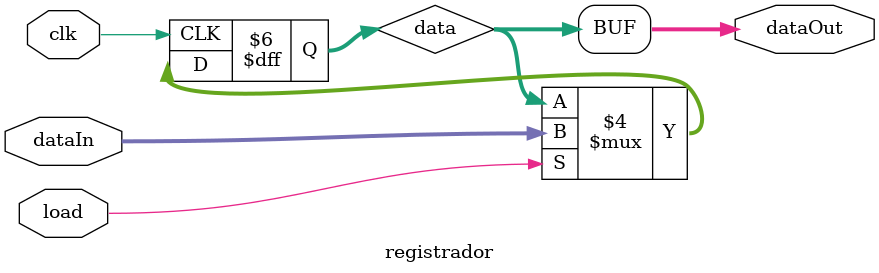
<source format=v>

module registrador #(
    parameter BITS = 63
    )(
    input clk,
    input load,
    input [BITS:0] dataIn,
    output [BITS:0] dataOut
);

reg [BITS:0] data;

initial begin
    data = 0;
end

always @(posedge clk) begin
    if (load == 1) begin
        data <= dataIn;
    end
end

assign dataOut = data;

endmodule
</source>
